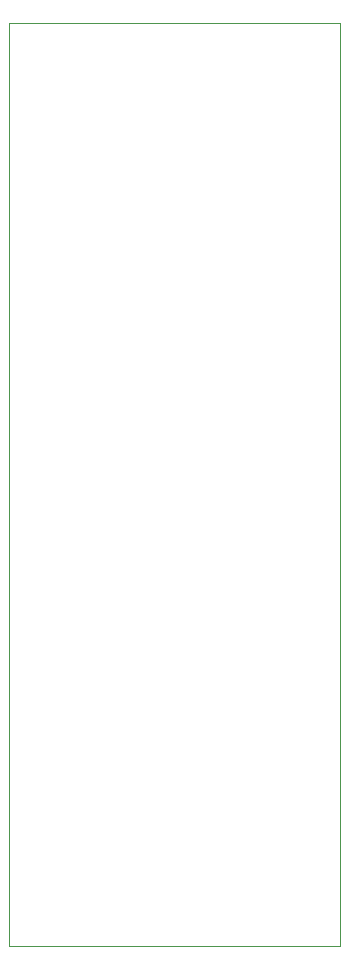
<source format=gbr>
G04 #@! TF.GenerationSoftware,KiCad,Pcbnew,(5.1.4-0-10_14)*
G04 #@! TF.CreationDate,2021-03-06T18:41:09+00:00*
G04 #@! TF.ProjectId,DriverBoard,44726976-6572-4426-9f61-72642e6b6963,rev?*
G04 #@! TF.SameCoordinates,Original*
G04 #@! TF.FileFunction,Profile,NP*
%FSLAX46Y46*%
G04 Gerber Fmt 4.6, Leading zero omitted, Abs format (unit mm)*
G04 Created by KiCad (PCBNEW (5.1.4-0-10_14)) date 2021-03-06 18:41:09*
%MOMM*%
%LPD*%
G04 APERTURE LIST*
%ADD10C,0.050000*%
G04 APERTURE END LIST*
D10*
X78767940Y-20342860D02*
X50728880Y-20342860D01*
X78767940Y-98437700D02*
X78767940Y-20342860D01*
X50728880Y-98437700D02*
X78767940Y-98437700D01*
X50728880Y-20342860D02*
X50728880Y-98437700D01*
M02*

</source>
